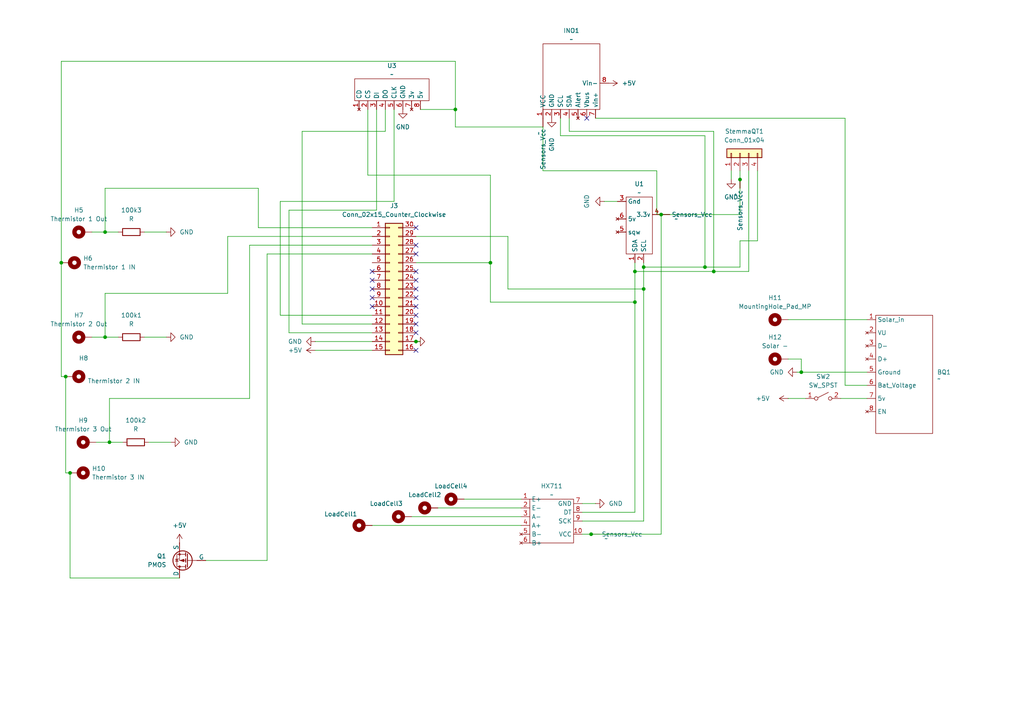
<source format=kicad_sch>
(kicad_sch (version 20250114) (generator "eeschema") (generator_version "9.0")
  (paper "A4")
  (lib_symbols
    (symbol "Connector_Generic:Conn_01x04" (pin_names (offset 1.016) (hide yes))
      (property "Reference" "J" (at 0 5.08 0))
      (property "Value" "Conn_01x04" (at 0 -7.62 0))
      (symbol "Conn_01x04_1_1"
        (rectangle (start -1.27 3.81) (end 1.27 -6.35) (stroke (width 0.254)) (fill (type background)))
        (rectangle (start -1.27 2.667) (end 0 2.413) (stroke (width 0.1524)))
        (rectangle (start -1.27 0.127) (end 0 -0.127) (stroke (width 0.1524)))
        (rectangle (start -1.27 -2.413) (end 0 -2.667) (stroke (width 0.1524)))
        (rectangle (start -1.27 -4.953) (end 0 -5.207) (stroke (width 0.1524)))
        (pin passive line (at -5.08 2.54 0) (length 3.81) (name "Pin_1") (number "1"))
        (pin passive line (at -5.08 0 0) (length 3.81) (name "Pin_2") (number "2"))
        (pin passive line (at -5.08 -2.54 0) (length 3.81) (name "Pin_3") (number "3"))
        (pin passive line (at -5.08 -5.08 0) (length 3.81) (name "Pin_4") (number "4"))
      )
    )
    (symbol "Connector_Generic:Conn_02x15_Counter_Clockwise" (pin_names (offset 1.016) (hide yes))
      (property "Reference" "J" (at 1.27 20.32 0))
      (property "Value" "Conn_02x15_Counter_Clockwise" (at 1.27 -20.32 0))
      (symbol "Conn_02x15_Counter_Clockwise_1_1"
        (rectangle (start -1.27 19.05) (end 3.81 -19.05) (stroke (width 0.254)) (fill (type background)))
        (rectangle (start -1.27 17.907) (end 0 17.653) (stroke (width 0.1524)))
        (rectangle (start -1.27 15.367) (end 0 15.113) (stroke (width 0.1524)))
        (rectangle (start -1.27 12.827) (end 0 12.573) (stroke (width 0.1524)))
        (rectangle (start -1.27 10.287) (end 0 10.033) (stroke (width 0.1524)))
        (rectangle (start -1.27 7.747) (end 0 7.493) (stroke (width 0.1524)))
        (rectangle (start -1.27 5.207) (end 0 4.953) (stroke (width 0.1524)))
        (rectangle (start -1.27 2.667) (end 0 2.413) (stroke (width 0.1524)))
        (rectangle (start -1.27 0.127) (end 0 -0.127) (stroke (width 0.1524)))
        (rectangle (start -1.27 -2.413) (end 0 -2.667) (stroke (width 0.1524)))
        (rectangle (start -1.27 -4.953) (end 0 -5.207) (stroke (width 0.1524)))
        (rectangle (start -1.27 -7.493) (end 0 -7.747) (stroke (width 0.1524)))
        (rectangle (start -1.27 -10.033) (end 0 -10.287) (stroke (width 0.1524)))
        (rectangle (start -1.27 -12.573) (end 0 -12.827) (stroke (width 0.1524)))
        (rectangle (start -1.27 -15.113) (end 0 -15.367) (stroke (width 0.1524)))
        (rectangle (start -1.27 -17.653) (end 0 -17.907) (stroke (width 0.1524)))
        (rectangle (start 3.81 17.907) (end 2.54 17.653) (stroke (width 0.1524)))
        (rectangle (start 3.81 15.367) (end 2.54 15.113) (stroke (width 0.1524)))
        (rectangle (start 3.81 12.827) (end 2.54 12.573) (stroke (width 0.1524)))
        (rectangle (start 3.81 10.287) (end 2.54 10.033) (stroke (width 0.1524)))
        (rectangle (start 3.81 7.747) (end 2.54 7.493) (stroke (width 0.1524)))
        (rectangle (start 3.81 5.207) (end 2.54 4.953) (stroke (width 0.1524)))
        (rectangle (start 3.81 2.667) (end 2.54 2.413) (stroke (width 0.1524)))
        (rectangle (start 3.81 0.127) (end 2.54 -0.127) (stroke (width 0.1524)))
        (rectangle (start 3.81 -2.413) (end 2.54 -2.667) (stroke (width 0.1524)))
        (rectangle (start 3.81 -4.953) (end 2.54 -5.207) (stroke (width 0.1524)))
        (rectangle (start 3.81 -7.493) (end 2.54 -7.747) (stroke (width 0.1524)))
        (rectangle (start 3.81 -10.033) (end 2.54 -10.287) (stroke (width 0.1524)))
        (rectangle (start 3.81 -12.573) (end 2.54 -12.827) (stroke (width 0.1524)))
        (rectangle (start 3.81 -15.113) (end 2.54 -15.367) (stroke (width 0.1524)))
        (rectangle (start 3.81 -17.653) (end 2.54 -17.907) (stroke (width 0.1524)))
        (pin passive line (at -5.08 17.78 0) (length 3.81) (name "Pin_1") (number "1"))
        (pin passive line (at -5.08 15.24 0) (length 3.81) (name "Pin_2") (number "2"))
        (pin passive line (at -5.08 12.7 0) (length 3.81) (name "Pin_3") (number "3"))
        (pin passive line (at -5.08 10.16 0) (length 3.81) (name "Pin_4") (number "4"))
        (pin passive line (at -5.08 7.62 0) (length 3.81) (name "Pin_5") (number "5"))
        (pin passive line (at -5.08 5.08 0) (length 3.81) (name "Pin_6") (number "6"))
        (pin passive line (at -5.08 2.54 0) (length 3.81) (name "Pin_7") (number "7"))
        (pin passive line (at -5.08 0 0) (length 3.81) (name "Pin_8") (number "8"))
        (pin passive line (at -5.08 -2.54 0) (length 3.81) (name "Pin_9") (number "9"))
        (pin passive line (at -5.08 -5.08 0) (length 3.81) (name "Pin_10") (number "10"))
        (pin passive line (at -5.08 -7.62 0) (length 3.81) (name "Pin_11") (number "11"))
        (pin passive line (at -5.08 -10.16 0) (length 3.81) (name "Pin_12") (number "12"))
        (pin passive line (at -5.08 -12.7 0) (length 3.81) (name "Pin_13") (number "13"))
        (pin passive line (at -5.08 -15.24 0) (length 3.81) (name "Pin_14") (number "14"))
        (pin passive line (at -5.08 -17.78 0) (length 3.81) (name "Pin_15") (number "15"))
        (pin passive line (at 7.62 17.78 180) (length 3.81) (name "Pin_30") (number "30"))
        (pin passive line (at 7.62 15.24 180) (length 3.81) (name "Pin_29") (number "29"))
        (pin passive line (at 7.62 12.7 180) (length 3.81) (name "Pin_28") (number "28"))
        (pin passive line (at 7.62 10.16 180) (length 3.81) (name "Pin_27") (number "27"))
        (pin passive line (at 7.62 7.62 180) (length 3.81) (name "Pin_26") (number "26"))
        (pin passive line (at 7.62 5.08 180) (length 3.81) (name "Pin_25") (number "25"))
        (pin passive line (at 7.62 2.54 180) (length 3.81) (name "Pin_24") (number "24"))
        (pin passive line (at 7.62 0 180) (length 3.81) (name "Pin_23") (number "23"))
        (pin passive line (at 7.62 -2.54 180) (length 3.81) (name "Pin_22") (number "22"))
        (pin passive line (at 7.62 -5.08 180) (length 3.81) (name "Pin_21") (number "21"))
        (pin passive line (at 7.62 -7.62 180) (length 3.81) (name "Pin_20") (number "20"))
        (pin passive line (at 7.62 -10.16 180) (length 3.81) (name "Pin_19") (number "19"))
        (pin passive line (at 7.62 -12.7 180) (length 3.81) (name "Pin_18") (number "18"))
        (pin passive line (at 7.62 -15.24 180) (length 3.81) (name "Pin_17") (number "17"))
        (pin passive line (at 7.62 -17.78 180) (length 3.81) (name "Pin_16") (number "16"))
      )
    )
    (symbol "Device:R" (pin_numbers (hide yes)) (pin_names (offset 0))
      (property "Reference" "R" (at 2.032 0 90))
      (property "Value" "R" (at 0 0 90))
      (symbol "R_0_1"
        (rectangle (start -1.016 -2.54) (end 1.016 2.54) (stroke (width 0.254)))
      )
      (symbol "R_1_1"
        (pin passive line (at 0 3.81 270) (length 1.27) (name "~") (number "1"))
        (pin passive line (at 0 -3.81 90) (length 1.27) (name "~") (number "2"))
      )
    )
    (symbol "Mechanical:MountingHole_Pad_MP" (pin_numbers (hide yes)) (pin_names (offset 1.016) (hide yes)) (in_bom no)
      (property "Reference" "H" (at 0 6.35 0))
      (property "Value" "MountingHole_Pad_MP" (at 0 4.445 0))
      (symbol "MountingHole_Pad_MP_0_1"
        (circle (center 0 1.27) (radius 1.27) (stroke (width 1.27)))
      )
      (symbol "MountingHole_Pad_MP_1_1"
        (pin input line (at 0 -2.54 90) (length 2.54) (name "MP") (number "MP"))
      )
    )
    (symbol "Miteout1:Charger"
      (property "Reference" "BQ1" (at 11.43 -8.8899 0))
      (property "Value" "~" (at 11.43 -10.795 0))
      (symbol "Charger_0_1"
        (rectangle (start -6.35 7.62) (end 10.16 -26.67))
      )
      (symbol "Charger_1_1"
        (pin input line (at -8.89 6.35 0) (length 2.54) (name "Solar_in") (number "1"))
        (pin no_connect line (at -8.89 2.54 0) (length 2.54) (name "VU") (number "2"))
        (pin no_connect line (at -8.89 -1.27 0) (length 2.54) (name "D-") (number "3"))
        (pin no_connect line (at -8.89 -5.08 0) (length 2.54) (name "D+") (number "4"))
        (pin input line (at -8.89 -8.89 0) (length 2.54) (name "Ground") (number "5"))
        (pin output line (at -8.89 -12.7 0) (length 2.54) (name "Bat_Voltage") (number "6"))
        (pin output line (at -8.89 -16.51 0) (length 2.54) (name "5v") (number "7"))
        (pin no_connect line (at -8.89 -20.32 0) (length 2.54) (name "EN") (number "8"))
      )
    )
    (symbol "Miteout1:RTC"
      (property "Reference" "INO1" (at 17.78 -4.445 90))
      (property "Value" "~" (at 15.24 -4.445 90))
      (symbol "RTC_0_1"
        (rectangle (start -5.08 3.81) (end 13.97 -12.7))
      )
      (symbol "RTC_1_1"
        (pin input line (at -7.62 3.81 0) (length 2.54) (name "VCC") (number "1"))
        (pin input line (at -7.62 1.27 0) (length 2.54) (name "GND") (number "2"))
        (pin input line (at -7.62 -1.27 0) (length 2.54) (name "SCL") (number "3"))
        (pin output line (at -7.62 -3.81 0) (length 2.54) (name "SDA") (number "4"))
        (pin no_connect line (at -7.62 -6.35 0) (length 2.54) (name "Alert") (number "5"))
        (pin output line (at -7.62 -8.89 0) (length 2.54) (name "Vbus") (number "6"))
        (pin input line (at -7.62 -11.43 0) (length 2.54) (name "vin+") (number "7"))
        (pin input line (at 2.54 -15.24 90) (length 2.54) (name "Vin-") (number "8"))
      )
    )
    (symbol "Miteout1:SDcard"
      (property "Reference" "U3" (at 8.89 -8.255 90))
      (property "Value" "~" (at 6.35 -8.255 90))
      (symbol "SDcard_0_1"
        (rectangle (start -1.27 2.54) (end 5.08 -19.05))
      )
      (symbol "SDcard_1_1"
        (pin no_connect line (at -3.81 1.27 0) (length 2.54) (name "CD") (number "1"))
        (pin input line (at -3.81 -1.27 0) (length 2.54) (name "CS") (number "2"))
        (pin input line (at -3.81 -3.81 0) (length 2.54) (name "DI") (number "3"))
        (pin output line (at -3.81 -6.35 0) (length 2.54) (name "DO") (number "4"))
        (pin input line (at -3.81 -8.89 0) (length 2.54) (name "CLK") (number "5"))
        (pin input line (at -3.81 -11.43 0) (length 2.54) (name "GND") (number "6"))
        (pin no_connect line (at -3.81 -13.97 0) (length 2.54) (name "3v") (number "7"))
        (pin input line (at -3.81 -16.51 0) (length 2.54) (name "5v") (number "8"))
      )
    )
    (symbol "Miteout1:VCC_sens" (power) (in_bom no) (on_board no)
      (property "Reference" "U" (at 0 0 0))
      (symbol "VCC_sens_1_1"
        (pin input line (at -1.27 5.08 0) (length 2.54) (name "Sensors_Vcc") (number ""))
      )
    )
    (symbol "Miteout1:hx711"
      (property "Reference" "U" (at 0 0 0))
      (symbol "hx711_0_1"
        (rectangle (start -5.08 2.54) (end 7.62 -10.16))
      )
      (symbol "hx711_1_1"
        (pin input line (at -7.62 2.54 0) (length 2.54) (name "E+") (number "1"))
        (pin input line (at -7.62 0 0) (length 2.54) (name "E-") (number "2"))
        (pin input line (at -7.62 -2.54 0) (length 2.54) (name "A-") (number "3"))
        (pin input line (at -7.62 -5.08 0) (length 2.54) (name "A+") (number "4"))
        (pin no_connect line (at -7.62 -7.62 0) (length 2.54) (name "B-") (number "5"))
        (pin no_connect line (at -7.62 -10.16 0) (length 2.54) (name "B+") (number "6"))
        (pin input line (at 10.16 1.27 180) (length 2.54) (name "GND") (number "7"))
        (pin input line (at 10.16 -1.27 180) (length 2.54) (name "DT") (number "8"))
        (pin output line (at 10.16 -3.81 180) (length 2.54) (name "SCK") (number "9"))
        (pin input line (at 10.16 -7.62 180) (length 2.54) (name "VCC") (number "10"))
      )
    )
    (symbol "MountingHole_Pad_MP_1" (pin_numbers (hide yes)) (pin_names (offset 1.016) (hide yes)) (in_bom no)
      (property "Reference" "H12" (at 6.35 1.27 90))
      (property "Value" "Solar -" (at 3.81 1.27 90))
      (symbol "MountingHole_Pad_MP_1_0_1"
        (circle (center 0 1.27) (radius 1.27) (stroke (width 1.27)))
      )
      (symbol "MountingHole_Pad_MP_1_1_1"
        (pin input line (at 0 -2.54 90) (length 2.54) (name "MP") (number "MP"))
      )
    )
    (symbol "RTC_1"
      (property "Reference" "U1" (at 12.7 -2.54 90))
      (property "Value" "~" (at 10.16 -2.54 90))
      (symbol "RTC_1_0_1"
        (rectangle (start 8.89 1.27) (end -7.62 -6.35))
      )
      (symbol "RTC_1_1_1"
        (pin output line (at -10.16 -1.27 0) (length 2.54) (name "SDA") (number "1"))
        (pin input line (at -10.16 -3.81 0) (length 2.54) (name "SCL") (number "2"))
        (pin no_connect line (at -1.27 3.81 270) (length 2.54) (name "sqw") (number "5"))
        (pin no_connect line (at 2.54 3.81 270) (length 2.54) (name "5v") (number "6"))
        (pin input line (at 3.81 -8.89 90) (length 2.54) (name "3.3v") (number "4"))
        (pin input line (at 7.62 3.81 270) (length 2.54) (name "Gnd") (number "3"))
      )
    )
    (symbol "Simulation_SPICE:PMOS" (pin_numbers (hide yes)) (pin_names (offset 0))
      (property "Reference" "Q1" (at 6.35 -1.2701 0))
      (property "Value" "PMOS" (at 6.35 1.2699 0))
      (symbol "PMOS_0_1"
        (polyline (pts (xy 0.254 1.905) (xy 0.254 -1.905)) (stroke (width 0.254)))
        (polyline (pts (xy 0.254 0) (xy -2.54 0)))
        (polyline (pts (xy 0.762 2.286) (xy 0.762 1.27)) (stroke (width 0.254)))
        (polyline (pts (xy 0.762 1.778) (xy 3.302 1.778) (xy 3.302 -1.778) (xy 0.762 -1.778)))
        (polyline (pts (xy 0.762 0.508) (xy 0.762 -0.508)) (stroke (width 0.254)))
        (polyline (pts (xy 0.762 -1.27) (xy 0.762 -2.286)) (stroke (width 0.254)))
        (circle (center 1.651 0) (radius 2.794) (stroke (width 0.254)))
        (polyline (pts (xy 2.286 0) (xy 1.27 0.381) (xy 1.27 -0.381) (xy 2.286 0)) (fill (type outline)))
        (polyline (pts (xy 2.54 2.54) (xy 2.54 1.778)))
        (circle (center 2.54 1.778) (radius 0.254) (fill (type outline)))
        (circle (center 2.54 -1.778) (radius 0.254) (fill (type outline)))
        (polyline (pts (xy 2.54 -2.54) (xy 2.54 0) (xy 0.762 0)))
        (polyline (pts (xy 2.794 -0.508) (xy 2.921 -0.381) (xy 3.683 -0.381) (xy 3.81 -0.254)))
        (polyline (pts (xy 3.302 -0.381) (xy 2.921 0.254) (xy 3.683 0.254) (xy 3.302 -0.381)))
      )
      (symbol "PMOS_1_1"
        (pin input line (at -5.08 0 0) (length 2.54) (name "G") (number "G"))
        (pin passive line (at 2.54 5.08 270) (length 2.54) (name "D") (number "D"))
        (pin passive line (at 2.54 -5.08 90) (length 2.54) (name "S") (number "S"))
      )
    )
    (symbol "Switch:SW_SPST" (pin_names (offset 0) (hide yes))
      (property "Reference" "SW" (at 0 3.175 0))
      (property "Value" "SW_SPST" (at 0 -2.54 0))
      (symbol "SW_SPST_0_0"
        (circle (center -2.032 0) (radius 0.508))
        (polyline (pts (xy -1.524 0.254) (xy 1.524 1.778)))
        (circle (center 2.032 0) (radius 0.508))
      )
      (symbol "SW_SPST_1_1"
        (pin passive line (at -5.08 0 0) (length 2.54) (name "A") (number "1"))
        (pin passive line (at 5.08 0 180) (length 2.54) (name "B") (number "2"))
      )
    )
    (symbol "power:+5V" (power) (pin_numbers (hide yes)) (pin_names (offset 0) (hide yes))
      (property "Value" "+5V" (at 0 3.556 0))
      (symbol "+5V_0_1"
        (polyline (pts (xy -0.762 1.27) (xy 0 2.54)))
        (polyline (pts (xy 0 2.54) (xy 0.762 1.27)))
        (polyline (pts (xy 0 0) (xy 0 2.54)))
      )
      (symbol "+5V_1_1"
        (pin power_in line (at 0 0 90) (length 0) (name "~") (number "1"))
      )
    )
    (symbol "power:GND" (power) (pin_numbers (hide yes)) (pin_names (offset 0) (hide yes))
      (property "Value" "GND" (at 0 -3.81 0))
      (symbol "GND_0_1"
        (polyline (pts (xy 0 0) (xy 0 -1.27) (xy 1.27 -1.27) (xy 0 -2.54) (xy -1.27 -1.27) (xy 0 -1.27)))
      )
      (symbol "GND_1_1"
        (pin power_in line (at 0 0 270) (length 0) (name "~") (number "1"))
      )
    )
  )
  (junction (at 132.08 31.75))
  (junction (at 31.75 128.27))
  (junction (at 186.69 77.47))
  (junction (at 207.01 78.74))
  (junction (at 184.15 87.63))
  (junction (at 204.47 77.47))
  (junction (at 20.32 137.16))
  (junction (at 171.45 154.94))
  (junction (at 191.77 62.23))
  (junction (at 214.63 52.07))
  (junction (at 142.24 76.2))
  (junction (at 186.69 83.82))
  (junction (at 30.48 97.79))
  (junction (at 184.15 78.74))
  (junction (at 17.78 76.2))
  (junction (at 120.65 99.06))
  (junction (at 19.05 109.22))
  (junction (at 232.41 107.95))
  (junction (at 30.48 67.31))
  (no_connect (at 120.65 86.36))
  (no_connect (at 120.65 81.28))
  (no_connect (at 120.65 93.98))
  (no_connect (at 120.65 96.52))
  (no_connect (at 120.65 78.74))
  (no_connect (at 120.65 66.04))
  (no_connect (at 107.95 83.82))
  (no_connect (at 120.65 101.6))
  (no_connect (at 170.18 34.29))
  (no_connect (at 120.65 88.9))
  (no_connect (at 107.95 86.36))
  (no_connect (at 107.95 78.74))
  (no_connect (at 107.95 88.9))
  (no_connect (at 120.65 73.66))
  (no_connect (at 120.65 71.12))
  (no_connect (at 107.95 81.28))
  (no_connect (at 120.65 91.44))
  (no_connect (at 120.65 83.82))
  (wire (pts (xy 214.63 49.53) (xy 214.63 52.07)))
  (wire (pts (xy 30.48 67.31) (xy 30.48 54.61)))
  (wire (pts (xy 120.65 76.2) (xy 142.24 76.2)))
  (wire (pts (xy 243.84 115.57) (xy 251.46 115.57)))
  (wire (pts (xy 214.63 62.23) (xy 191.77 62.23)))
  (wire (pts (xy 204.47 77.47) (xy 186.69 77.47)))
  (wire (pts (xy 233.68 115.57) (xy 228.6 115.57)))
  (wire (pts (xy 35.56 128.27) (xy 31.75 128.27)))
  (wire (pts (xy 142.24 76.2) (xy 142.24 87.63)))
  (wire (pts (xy 17.78 109.22) (xy 19.05 109.22)))
  (wire (pts (xy 127 147.32) (xy 151.13 147.32)))
  (wire (pts (xy 214.63 69.85) (xy 214.63 77.47)))
  (wire (pts (xy 114.3 58.42) (xy 81.28 58.42)))
  (wire (pts (xy 134.62 144.78) (xy 151.13 144.78)))
  (wire (pts (xy 81.28 91.44) (xy 107.95 91.44)))
  (wire (pts (xy 157.48 49.53) (xy 157.48 36.83)))
  (wire (pts (xy 77.47 73.66) (xy 107.95 73.66)))
  (wire (pts (xy 207.01 78.74) (xy 217.17 78.74)))
  (wire (pts (xy 59.69 162.56) (xy 77.47 162.56)))
  (wire (pts (xy 184.15 87.63) (xy 184.15 148.59)))
  (wire (pts (xy 41.91 97.79) (xy 48.26 97.79)))
  (wire (pts (xy 91.44 101.6) (xy 107.95 101.6)))
  (wire (pts (xy 168.91 151.13) (xy 186.69 151.13)))
  (wire (pts (xy 30.48 67.31) (xy 26.67 67.31)))
  (wire (pts (xy 31.75 128.27) (xy 27.94 128.27)))
  (wire (pts (xy 120.65 68.58) (xy 147.32 68.58)))
  (wire (pts (xy 162.56 39.37) (xy 204.47 39.37)))
  (wire (pts (xy 142.24 50.8) (xy 142.24 76.2)))
  (wire (pts (xy 231.14 107.95) (xy 232.41 107.95)))
  (wire (pts (xy 19.05 109.22) (xy 19.05 137.16)))
  (wire (pts (xy 83.82 60.96) (xy 83.82 96.52)))
  (wire (pts (xy 91.44 99.06) (xy 107.95 99.06)))
  (wire (pts (xy 132.08 36.83) (xy 132.08 31.75)))
  (wire (pts (xy 204.47 39.37) (xy 204.47 77.47)))
  (wire (pts (xy 111.76 38.1) (xy 111.76 31.75)))
  (wire (pts (xy 34.29 67.31) (xy 30.48 67.31)))
  (wire (pts (xy 171.45 154.94) (xy 191.77 154.94)))
  (wire (pts (xy 147.32 68.58) (xy 147.32 83.82)))
  (wire (pts (xy 165.1 34.29) (xy 165.1 38.1)))
  (wire (pts (xy 207.01 38.1) (xy 207.01 78.74)))
  (wire (pts (xy 83.82 96.52) (xy 107.95 96.52)))
  (wire (pts (xy 121.92 31.75) (xy 132.08 31.75)))
  (wire (pts (xy 232.41 104.14) (xy 232.41 107.95)))
  (wire (pts (xy 191.77 154.94) (xy 191.77 62.23)))
  (wire (pts (xy 186.69 83.82) (xy 186.69 151.13)))
  (wire (pts (xy 172.72 34.29) (xy 245.11 34.29)))
  (wire (pts (xy 87.63 93.98) (xy 107.95 93.98)))
  (wire (pts (xy 142.24 87.63) (xy 184.15 87.63)))
  (wire (pts (xy 106.68 31.75) (xy 106.68 50.8)))
  (wire (pts (xy 114.3 31.75) (xy 114.3 58.42)))
  (wire (pts (xy 172.72 146.05) (xy 168.91 146.05)))
  (wire (pts (xy 190.5 49.53) (xy 190.5 62.23)))
  (wire (pts (xy 157.48 36.83) (xy 132.08 36.83)))
  (wire (pts (xy 228.6 104.14) (xy 232.41 104.14)))
  (wire (pts (xy 217.17 49.53) (xy 217.17 78.74)))
  (wire (pts (xy 30.48 97.79) (xy 26.67 97.79)))
  (wire (pts (xy 66.04 85.09) (xy 30.48 85.09)))
  (wire (pts (xy 245.11 34.29) (xy 245.11 111.76)))
  (wire (pts (xy 119.38 149.86) (xy 151.13 149.86)))
  (wire (pts (xy 228.6 92.71) (xy 251.46 92.71)))
  (wire (pts (xy 214.63 52.07) (xy 214.63 62.23)))
  (wire (pts (xy 162.56 34.29) (xy 162.56 39.37)))
  (wire (pts (xy 212.09 49.53) (xy 212.09 52.07)))
  (wire (pts (xy 245.11 111.76) (xy 251.46 111.76)))
  (wire (pts (xy 184.15 76.2) (xy 184.15 78.74)))
  (wire (pts (xy 106.68 50.8) (xy 142.24 50.8)))
  (wire (pts (xy 168.91 148.59) (xy 184.15 148.59)))
  (wire (pts (xy 190.5 49.53) (xy 157.48 49.53)))
  (wire (pts (xy 43.18 128.27) (xy 49.53 128.27)))
  (wire (pts (xy 31.75 115.57) (xy 72.39 115.57)))
  (wire (pts (xy 66.04 68.58) (xy 66.04 85.09)))
  (wire (pts (xy 77.47 162.56) (xy 77.47 73.66)))
  (wire (pts (xy 219.71 69.85) (xy 214.63 69.85)))
  (wire (pts (xy 175.26 58.42) (xy 179.07 58.42)))
  (wire (pts (xy 34.29 97.79) (xy 30.48 97.79)))
  (wire (pts (xy 52.07 167.64) (xy 20.32 167.64)))
  (wire (pts (xy 109.22 60.96) (xy 83.82 60.96)))
  (wire (pts (xy 74.93 54.61) (xy 74.93 66.04)))
  (wire (pts (xy 132.08 17.78) (xy 17.78 17.78)))
  (wire (pts (xy 147.32 83.82) (xy 186.69 83.82)))
  (wire (pts (xy 30.48 54.61) (xy 74.93 54.61)))
  (wire (pts (xy 41.91 67.31) (xy 48.26 67.31)))
  (wire (pts (xy 72.39 115.57) (xy 72.39 71.12)))
  (wire (pts (xy 132.08 31.75) (xy 132.08 17.78)))
  (wire (pts (xy 74.93 66.04) (xy 107.95 66.04)))
  (wire (pts (xy 168.91 154.94) (xy 171.45 154.94)))
  (wire (pts (xy 87.63 38.1) (xy 111.76 38.1)))
  (wire (pts (xy 107.95 152.4) (xy 151.13 152.4)))
  (wire (pts (xy 214.63 77.47) (xy 204.47 77.47)))
  (wire (pts (xy 165.1 38.1) (xy 207.01 38.1)))
  (wire (pts (xy 87.63 93.98) (xy 87.63 38.1)))
  (wire (pts (xy 109.22 31.75) (xy 109.22 60.96)))
  (wire (pts (xy 184.15 78.74) (xy 184.15 87.63)))
  (wire (pts (xy 232.41 107.95) (xy 251.46 107.95)))
  (wire (pts (xy 120.65 99.06) (xy 121.92 99.06)))
  (wire (pts (xy 19.05 137.16) (xy 20.32 137.16)))
  (wire (pts (xy 219.71 49.53) (xy 219.71 69.85)))
  (wire (pts (xy 30.48 97.79) (xy 30.48 85.09)))
  (wire (pts (xy 20.32 167.64) (xy 20.32 137.16)))
  (wire (pts (xy 72.39 71.12) (xy 107.95 71.12)))
  (wire (pts (xy 17.78 17.78) (xy 17.78 76.2)))
  (wire (pts (xy 31.75 128.27) (xy 31.75 115.57)))
  (wire (pts (xy 17.78 76.2) (xy 17.78 109.22)))
  (wire (pts (xy 190.5 62.23) (xy 191.77 62.23)))
  (wire (pts (xy 81.28 58.42) (xy 81.28 91.44)))
  (wire (pts (xy 184.15 78.74) (xy 207.01 78.74)))
  (wire (pts (xy 186.69 76.2) (xy 186.69 77.47)))
  (wire (pts (xy 186.69 77.47) (xy 186.69 83.82)))
  (wire (pts (xy 66.04 68.58) (xy 107.95 68.58)))
  (symbol (lib_id "Miteout1:VCC_sens") (at 172.72 160.02 0) (unit 1) (in_bom no) (on_board no)
    (property "Reference" "#U011" (effects (hide yes)))
    (property "Value" "~" (at 175.26 156.21 0) (effects (justify left)))
  )
  (symbol (lib_id "Mechanical:MountingHole_Pad_MP") (at 20.32 76.2 270) (unit 1) (in_bom no)
    (property "Reference" "H6" (at 24.13 74.9299 90) (effects (justify left)))
    (property "Value" "Thermistor 1 IN" (at 24.13 77.4699 90) (effects (justify left)))
    (property "Footprint" "MiteOut:throughole" (effects (hide yes)))
    (property "Description" "Mounting Hole with connection as pad named MP" (effects (hide yes)))
  )
  (symbol (lib_id "Miteout1:SDcard") (at 105.41 27.94 90) (unit 1)
    (property "Reference" "U3" (at 113.665 19.05 90))
    (property "Value" "~" (at 113.665 21.59 90))
    (property "Footprint" "MiteOut:SDCard" (effects (hide yes)))
  )
  (symbol (lib_id "power:GND") (at 49.53 128.27 90) (unit 1)
    (property "Reference" "#PWR016" (effects (hide yes)))
    (property "Value" "GND" (at 53.34 128.2699 90) (effects (justify right)))
    (property "Description" "Power symbol creates a global label with name \"GND\" , ground" (effects (hide yes)))
  )
  (symbol (lib_id "Mechanical:MountingHole_Pad_MP") (at 24.13 97.79 90) (unit 1) (in_bom no)
    (property "Reference" "H7" (at 22.86 91.44 90))
    (property "Value" "Thermistor 2 Out" (at 22.86 93.98 90))
    (property "Footprint" "MiteOut:throughole" (effects (hide yes)))
    (property "Description" "Mounting Hole with connection as pad named MP" (effects (hide yes)))
  )
  (symbol (lib_id "Miteout1:RTC") (at 161.29 26.67 90) (unit 1)
    (property "Reference" "INO1" (at 165.735 8.89 90))
    (property "Value" "~" (at 165.735 11.43 90))
    (property "Footprint" "MiteOut:INA" (effects (hide yes)))
  )
  (symbol (lib_id "Miteout1:VCC_sens") (at 152.4 35.56 270) (unit 1) (in_bom no) (on_board no)
    (property "Reference" "#U08" (effects (hide yes)))
    (property "Value" "~" (at 156.21 38.1 0) (effects (justify left)))
  )
  (symbol (lib_id "power:GND") (at 160.02 34.29 0) (unit 1)
    (property "Reference" "#PWR021" (effects (hide yes)))
    (property "Value" "GND" (at 160.02 39.878 90) (effects (justify right)))
    (property "Description" "Power symbol creates a global label with name \"GND\" , ground" (effects (hide yes)))
  )
  (symbol (lib_id "Device:R") (at 38.1 97.79 90) (unit 1)
    (property "Reference" "100k1" (at 38.1 91.44 90))
    (property "Value" "R" (at 38.1 93.98 90))
    (property "Footprint" "Resistor_THT:R_Axial_DIN0204_L3.6mm_D1.6mm_P5.08mm_Horizontal" (effects (hide yes)))
    (property "Description" "Resistor" (effects (hide yes)))
  )
  (symbol (lib_id "Mechanical:MountingHole_Pad_MP") (at 22.86 137.16 270) (unit 1) (in_bom no)
    (property "Reference" "H10" (at 26.67 135.8899 90) (effects (justify left)))
    (property "Value" "Thermistor 3 IN" (at 26.67 138.4299 90) (effects (justify left)))
    (property "Footprint" "MiteOut:throughole" (effects (hide yes)))
    (property "Description" "Mounting Hole with connection as pad named MP" (effects (hide yes)))
  )
  (symbol (lib_id "Miteout1:VCC_sens") (at 193.04 67.31 0) (unit 1) (in_bom no) (on_board no)
    (property "Reference" "#U010" (effects (hide yes)))
    (property "Value" "~" (at 195.58 63.5 0) (effects (justify left)))
  )
  (symbol (lib_id "Mechanical:MountingHole_Pad_MP") (at 226.06 92.71 90) (unit 1) (in_bom no)
    (property "Reference" "H11" (at 224.79 86.36 90))
    (property "Value" "MountingHole_Pad_MP" (at 224.79 88.9 90))
    (property "Footprint" "MiteOut:throughole" (effects (hide yes)))
    (property "Description" "Mounting Hole with connection as pad named MP" (effects (hide yes)))
  )
  (symbol (lib_id "power:GND") (at 116.84 31.75 0) (unit 1)
    (property "Reference" "#PWR011" (effects (hide yes)))
    (property "Value" "GND" (at 116.84 36.83 0))
    (property "Description" "Power symbol creates a global label with name \"GND\" , ground" (effects (hide yes)))
  )
  (symbol (lib_id "power:+5V") (at 228.6 115.57 90) (unit 1)
    (property "Reference" "#PWR018" (effects (hide yes)))
    (property "Value" "+5V" (at 223.266 115.57 90) (effects (justify left)))
    (property "Description" "Power symbol creates a global label with name \"+5V\"" (effects (hide yes)))
  )
  (symbol (lib_id "Connector_Generic:Conn_01x04") (at 214.63 44.45 90) (unit 1)
    (property "Reference" "StemmaQT1" (at 215.9 38.1 90))
    (property "Value" "Conn_01x04" (at 215.9 40.64 90))
    (property "Footprint" "Connector_JST:JST_EH_B4B-EH-A_1x04_P2.50mm_Vertical" (effects (hide yes)))
    (property "Description" "Generic connector, single row, 01x04, script generated (kicad-library-utils/schlib/autogen/connector/)" (effects (hide yes)))
  )
  (symbol (lib_id "power:GND") (at 120.65 99.06 90) (unit 1)
    (property "Reference" "#PWR08" (effects (hide yes)))
    (property "Value" "GND" (effects (hide yes)))
    (property "Description" "Power symbol creates a global label with name \"GND\" , ground" (effects (hide yes)))
  )
  (symbol (lib_name "RTC_1") (lib_id "Miteout1:RTC") (at 182.88 66.04 90) (unit 1)
    (property "Reference" "U1" (at 185.42 53.34 90))
    (property "Value" "~" (at 185.42 55.88 90))
    (property "Footprint" "MiteOut:Clock" (effects (hide yes)))
  )
  (symbol (lib_name "MountingHole_Pad_MP_1") (lib_id "Mechanical:MountingHole_Pad_MP") (at 226.06 104.14 90) (unit 1) (in_bom no)
    (property "Reference" "H12" (at 224.79 97.79 90))
    (property "Value" "Solar -" (at 224.79 100.33 90))
    (property "Footprint" "MiteOut:throughole" (effects (hide yes)))
    (property "Description" "Mounting Hole with connection as pad named MP" (effects (hide yes)))
  )
  (symbol (lib_id "Switch:SW_SPST") (at 238.76 115.57 0) (unit 1)
    (property "Reference" "SW2" (at 238.76 109.22 0))
    (property "Value" "SW_SPST" (at 238.76 111.76 0))
    (property "Footprint" "Button_Switch_THT:SW_DIP_SPSTx01_Slide_6.7x4.1mm_W7.62mm_P2.54mm_LowProfile" (effects (hide yes)))
    (property "Description" "Single Pole Single Throw (SPST) switch" (effects (hide yes)))
  )
  (symbol (lib_id "Mechanical:MountingHole_Pad_MP") (at 124.46 147.32 90) (unit 1) (in_bom no)
    (property "Reference" "H4" (effects (hide yes)))
    (property "Value" "LoadCell2" (at 123.19 143.51 90))
    (property "Footprint" "MiteOut:throughole" (effects (hide yes)))
    (property "Description" "Mounting Hole with connection as pad named MP" (effects (hide yes)))
  )
  (symbol (lib_id "Simulation_SPICE:PMOS") (at 54.61 162.56 180) (unit 1)
    (property "Reference" "Q1" (at 48.26 161.2899 0) (effects (justify left)))
    (property "Value" "PMOS" (at 48.26 163.8299 0) (effects (justify left)))
    (property "Footprint" "MiteOut:Mosfet" (effects (hide yes)))
    (property "Datasheet" "https://ngspice.sourceforge.io/docs/ngspice-html-manual/manual.xhtml#cha_MOSFETs" (effects (hide yes)))
    (property "Description" "P-MOSFET transistor, drain/source/gate" (effects (hide yes)))
    (property "Sim.Device" "PMOS" (effects (hide yes)))
    (property "Sim.Type" "VDMOS" (effects (hide yes)))
    (property "Sim.Pins" "1=D 2=G 3=S" (effects (hide yes)))
  )
  (symbol (lib_id "Mechanical:MountingHole_Pad_MP") (at 25.4 128.27 90) (unit 1) (in_bom no)
    (property "Reference" "H9" (at 24.13 121.92 90))
    (property "Value" "Thermistor 3 Out" (at 24.13 124.46 90))
    (property "Footprint" "MiteOut:throughole" (effects (hide yes)))
    (property "Description" "Mounting Hole with connection as pad named MP" (effects (hide yes)))
  )
  (symbol (lib_id "power:+5V") (at 52.07 157.48 0) (unit 1)
    (property "Reference" "#PWR023" (effects (hide yes)))
    (property "Value" "+5V" (at 52.07 152.4 0))
    (property "Description" "Power symbol creates a global label with name \"+5V\"" (effects (hide yes)))
  )
  (symbol (lib_id "power:+5V") (at 176.53 24.13 270) (unit 1)
    (property "Reference" "#PWR022" (effects (hide yes)))
    (property "Value" "+5V" (at 180.34 24.1299 90) (effects (justify left)))
    (property "Description" "Power symbol creates a global label with name \"+5V\"" (effects (hide yes)))
  )
  (symbol (lib_id "Device:R") (at 38.1 67.31 90) (unit 1)
    (property "Reference" "100k3" (at 38.1 60.96 90))
    (property "Value" "R" (at 38.1 63.5 90))
    (property "Footprint" "Resistor_THT:R_Axial_DIN0204_L3.6mm_D1.6mm_P5.08mm_Horizontal" (effects (hide yes)))
    (property "Description" "Resistor" (effects (hide yes)))
  )
  (symbol (lib_id "power:GND") (at 175.26 58.42 270) (unit 1)
    (property "Reference" "#PWR05" (effects (hide yes)))
    (property "Value" "GND" (at 170.18 58.42 0))
    (property "Description" "Power symbol creates a global label with name \"GND\" , ground" (effects (hide yes)))
  )
  (symbol (lib_id "power:GND") (at 172.72 146.05 90) (unit 1)
    (property "Reference" "#PWR07" (effects (hide yes)))
    (property "Value" "GND" (at 176.53 146.0499 90) (effects (justify right)))
    (property "Description" "Power symbol creates a global label with name \"GND\" , ground" (effects (hide yes)))
  )
  (symbol (lib_id "power:GND") (at 48.26 97.79 90) (unit 1)
    (property "Reference" "#PWR014" (effects (hide yes)))
    (property "Value" "GND" (at 52.07 97.7899 90) (effects (justify right)))
    (property "Description" "Power symbol creates a global label with name \"GND\" , ground" (effects (hide yes)))
  )
  (symbol (lib_id "Mechanical:MountingHole_Pad_MP") (at 24.13 67.31 90) (unit 1) (in_bom no)
    (property "Reference" "H5" (at 22.86 60.96 90))
    (property "Value" "Thermistor 1 Out" (at 22.86 63.5 90))
    (property "Footprint" "MiteOut:throughole" (effects (hide yes)))
    (property "Description" "Mounting Hole with connection as pad named MP" (effects (hide yes)))
  )
  (symbol (lib_id "Mechanical:MountingHole_Pad_MP") (at 132.08 144.78 90) (unit 1) (in_bom no)
    (property "Reference" "H3" (effects (hide yes)))
    (property "Value" "LoadCell4" (at 130.81 140.97 90))
    (property "Footprint" "MiteOut:throughole" (effects (hide yes)))
    (property "Description" "Mounting Hole with connection as pad named MP" (effects (hide yes)))
  )
  (symbol (lib_id "power:GND") (at 91.44 99.06 270) (unit 1)
    (property "Reference" "#PWR01" (effects (hide yes)))
    (property "Value" "GND" (at 87.63 99.0599 90) (effects (justify right)))
    (property "Description" "Power symbol creates a global label with name \"GND\" , ground" (effects (hide yes)))
  )
  (symbol (lib_id "Miteout1:VCC_sens") (at 209.55 53.34 270) (unit 1) (in_bom no) (on_board no)
    (property "Reference" "#U09" (effects (hide yes)))
    (property "Value" "~" (at 213.36 55.88 0) (effects (justify left)))
  )
  (symbol (lib_id "Mechanical:MountingHole_Pad_MP") (at 21.59 109.22 270) (unit 1) (in_bom no)
    (property "Reference" "H8" (at 22.86 103.886 90) (effects (justify left)))
    (property "Value" "Thermistor 2 IN" (at 25.4 110.4899 90) (effects (justify left)))
    (property "Footprint" "MiteOut:throughole" (effects (hide yes)))
    (property "Description" "Mounting Hole with connection as pad named MP" (effects (hide yes)))
  )
  (symbol (lib_id "Mechanical:MountingHole_Pad_MP") (at 105.41 152.4 90) (unit 1) (in_bom no)
    (property "Reference" "H2" (effects (hide yes)))
    (property "Value" "LoadCell1" (at 103.632 149.098 90) (effects (justify left)))
    (property "Footprint" "MiteOut:throughole" (effects (hide yes)))
    (property "Description" "Mounting Hole with connection as pad named MP" (effects (hide yes)))
  )
  (symbol (lib_id "Miteout1:Charger") (at 260.35 99.06 0) (unit 1)
    (property "Reference" "BQ1" (at 271.78 107.9499 0) (effects (justify left)))
    (property "Value" "~" (at 271.78 109.855 0) (effects (justify left)))
    (property "Footprint" "MiteOut:Charger" (effects (hide yes)))
  )
  (symbol (lib_id "Connector_Generic:Conn_02x15_Counter_Clockwise") (at 113.03 83.82 0) (unit 1)
    (property "Reference" "J3" (at 114.3 59.69 0))
    (property "Value" "Conn_02x15_Counter_Clockwise" (at 114.3 62.23 0))
    (property "Footprint" "MiteOut:ESP" (effects (hide yes)))
    (property "Description" "Generic connector, double row, 02x15, counter clockwise pin numbering scheme (similar to DIP package numbering), script generated (kicad-library-utils/schlib/autogen/connector/)" (effects (hide yes)))
  )
  (symbol (lib_id "power:GND") (at 231.14 107.95 270) (unit 1)
    (property "Reference" "#PWR017" (effects (hide yes)))
    (property "Value" "GND" (at 227.33 107.9499 90) (effects (justify right)))
    (property "Description" "Power symbol creates a global label with name \"GND\" , ground" (effects (hide yes)))
  )
  (symbol (lib_id "Mechanical:MountingHole_Pad_MP") (at 116.84 149.86 90) (unit 1) (in_bom no)
    (property "Reference" "H1" (effects (hide yes)))
    (property "Value" "LoadCell3" (at 116.84 146.05 90) (effects (justify left)))
    (property "Footprint" "MiteOut:throughole" (effects (hide yes)))
    (property "Description" "Mounting Hole with connection as pad named MP" (effects (hide yes)))
  )
  (symbol (lib_id "Device:R") (at 39.37 128.27 90) (unit 1)
    (property "Reference" "100k2" (at 39.37 121.92 90))
    (property "Value" "R" (at 39.37 124.46 90))
    (property "Footprint" "Resistor_THT:R_Axial_DIN0204_L3.6mm_D1.6mm_P5.08mm_Horizontal" (effects (hide yes)))
    (property "Description" "Resistor" (effects (hide yes)))
  )
  (symbol (lib_id "power:GND") (at 48.26 67.31 90) (unit 1)
    (property "Reference" "#PWR09" (effects (hide yes)))
    (property "Value" "GND" (at 52.07 67.3099 90) (effects (justify right)))
    (property "Description" "Power symbol creates a global label with name \"GND\" , ground" (effects (hide yes)))
  )
  (symbol (lib_id "power:GND") (at 212.09 52.07 0) (unit 1)
    (property "Reference" "#PWR03" (effects (hide yes)))
    (property "Value" "GND" (at 212.09 57.15 0))
    (property "Description" "Power symbol creates a global label with name \"GND\" , ground" (effects (hide yes)))
  )
  (symbol (lib_id "Miteout1:hx711") (at 158.75 147.32 0) (unit 1)
    (property "Reference" "HX711" (at 160.02 140.97 0))
    (property "Value" "~" (at 160.02 143.51 0))
    (property "Footprint" "MiteOut:hx711" (effects (hide yes)))
  )
  (symbol (lib_id "power:+5V") (at 91.44 101.6 90) (unit 1)
    (property "Reference" "#PWR019" (effects (hide yes)))
    (property "Value" "+5V" (at 87.63 101.5999 90) (effects (justify left)))
    (property "Description" "Power symbol creates a global label with name \"+5V\"" (effects (hide yes)))
  )
)
</source>
